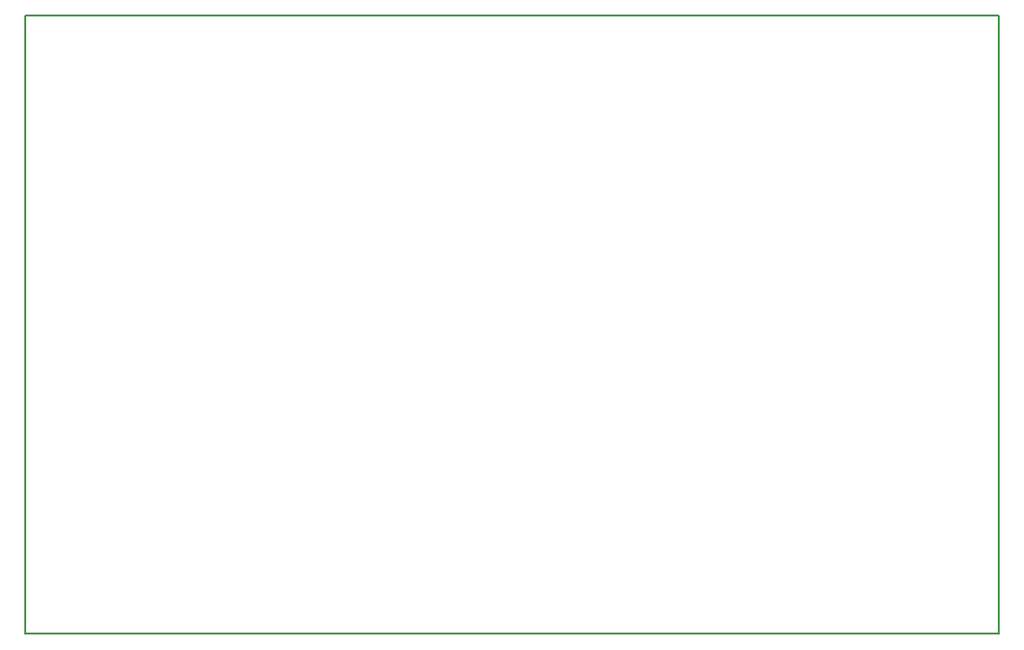
<source format=gbr>
%TF.GenerationSoftware,KiCad,Pcbnew,(6.0.11)*%
%TF.CreationDate,2023-02-05T16:51:29-06:00*%
%TF.ProjectId,MatchTester,4d617463-6854-4657-9374-65722e6b6963,rev?*%
%TF.SameCoordinates,Original*%
%TF.FileFunction,Profile,NP*%
%FSLAX46Y46*%
G04 Gerber Fmt 4.6, Leading zero omitted, Abs format (unit mm)*
G04 Created by KiCad (PCBNEW (6.0.11)) date 2023-02-05 16:51:29*
%MOMM*%
%LPD*%
G01*
G04 APERTURE LIST*
%TA.AperFunction,Profile*%
%ADD10C,0.150000*%
%TD*%
G04 APERTURE END LIST*
D10*
X40000000Y-94000000D02*
X40000000Y-40000000D01*
X125000000Y-94000000D02*
X40000000Y-94000000D01*
X125000000Y-40000000D02*
X125000000Y-94000000D01*
X40000000Y-40000000D02*
X125000000Y-40000000D01*
M02*

</source>
